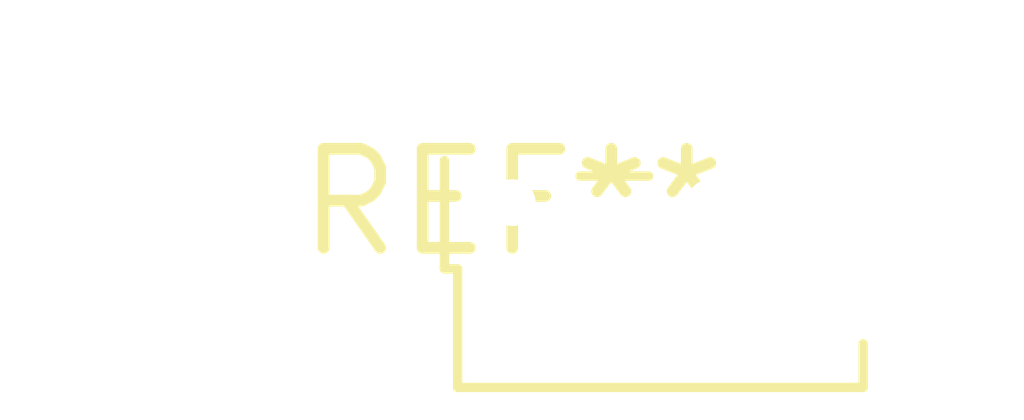
<source format=kicad_pcb>
(kicad_pcb (version 20240108) (generator pcbnew)
  (layers (0 "F.Cu" signal) (31 "B.Cu" signal) (34 "B.Paste" user) (35 "F.Paste" user) (36 "B.SilkS" user "B.Silkscreen") (37 "F.SilkS" user "F.Silkscreen") (38 "B.Mask" user) (39 "F.Mask" user) (44 "Edge.Cuts" user))
  (net 0 "")
  (footprint "Sharp_IS471F" (layer "F.Cu") (at 0 0)
    (property "Reference" "REF**")
    (property "Value" "Sharp_IS471F")
    (fp_line (start -0.87 0.85) (end -0.87 -0.54) (layer "F.SilkS") (stroke (width 0.12)))
    (fp_line (start -0.87 0.85) (end -0.7 0.85) (layer "F.SilkS") (stroke (width 0.12)))
    (fp_line (start -0.7 2.37) (end -0.7 0.85) (layer "F.SilkS") (stroke (width 0.12)))
    (fp_line (start -0.7 2.37) (end 4.5 2.37) (layer "F.SilkS") (stroke (width 0.12)))
    (fp_line (start 1.75 -0.34) (end 0.87 -0.34) (layer "F.SilkS") (stroke (width 0.12)))
    (fp_line (start 4.5 2.37) (end 4.5 1.81) (layer "F.SilkS") (stroke (width 0.12)))
    (pad "1" thru_hole roundrect (at 0 0) (size 1.2 1.2) (drill 0.6) (layers *.Cu *.Mask) (remove_unused_layers) (roundrect_rratio 0.208))
    (pad "2" thru_hole circle (at 1.27 1.27) (size 1.2 1.2) (drill 0.6) (layers *.Cu *.Mask) (remove_unused_layers))
    (pad "3" thru_hole circle (at 2.54 0) (size 1.2 1.2) (drill 0.6) (layers *.Cu *.Mask) (remove_unused_layers))
    (pad "4" thru_hole circle (at 3.81 1.27) (size 1.2 1.2) (drill 0.6) (layers *.Cu *.Mask) (remove_unused_layers))
  )
)
</source>
